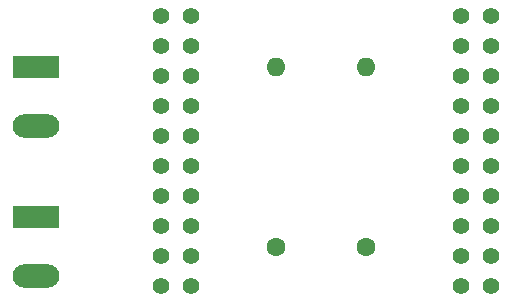
<source format=gbr>
%TF.GenerationSoftware,KiCad,Pcbnew,(6.0.9)*%
%TF.CreationDate,2022-12-25T09:43:15+01:00*%
%TF.ProjectId,bed_occupacy_sensor,6265645f-6f63-4637-9570-6163795f7365,rev?*%
%TF.SameCoordinates,Original*%
%TF.FileFunction,Soldermask,Bot*%
%TF.FilePolarity,Negative*%
%FSLAX46Y46*%
G04 Gerber Fmt 4.6, Leading zero omitted, Abs format (unit mm)*
G04 Created by KiCad (PCBNEW (6.0.9)) date 2022-12-25 09:43:15*
%MOMM*%
%LPD*%
G01*
G04 APERTURE LIST*
%ADD10C,1.400000*%
%ADD11C,1.600000*%
%ADD12O,1.600000X1.600000*%
%ADD13O,3.960000X1.980000*%
%ADD14R,3.960000X1.980000*%
G04 APERTURE END LIST*
D10*
%TO.C,U1*%
X175330000Y-94050000D03*
X177870000Y-94050000D03*
X175330000Y-96590000D03*
X177870000Y-96590000D03*
X175330000Y-99130000D03*
X177870000Y-99130000D03*
X175330000Y-101670000D03*
X177870000Y-101670000D03*
X175330000Y-104210000D03*
X177870000Y-104210000D03*
X175330000Y-106750000D03*
X177870000Y-106750000D03*
X175330000Y-109290000D03*
X177870000Y-109290000D03*
X175330000Y-111830000D03*
X177870000Y-111830000D03*
X175330000Y-114370000D03*
X177870000Y-114370000D03*
X175330000Y-116910000D03*
X177870000Y-116910000D03*
X200730000Y-94050000D03*
X203270000Y-94050000D03*
X200730000Y-96590000D03*
X203270000Y-96590000D03*
X200730000Y-99130000D03*
X203270000Y-99130000D03*
X200730000Y-101670000D03*
X203270000Y-101670000D03*
X200730000Y-104210000D03*
X203270000Y-104210000D03*
X200730000Y-106750000D03*
X203270000Y-106750000D03*
X200730000Y-109290000D03*
X203270000Y-109290000D03*
X200730000Y-111830000D03*
X203270000Y-111830000D03*
X200730000Y-114370000D03*
X203270000Y-114370000D03*
X200730000Y-116910000D03*
X203270000Y-116910000D03*
%TD*%
D11*
%TO.C,R1*%
X185000000Y-113620000D03*
D12*
X185000000Y-98380000D03*
%TD*%
D11*
%TO.C,R2*%
X192620000Y-113620000D03*
D12*
X192620000Y-98380000D03*
%TD*%
D13*
%TO.C,J1*%
X164680000Y-103380000D03*
D14*
X164680000Y-98380000D03*
%TD*%
%TO.C,J2*%
X164680000Y-111080000D03*
D13*
X164680000Y-116080000D03*
%TD*%
M02*

</source>
